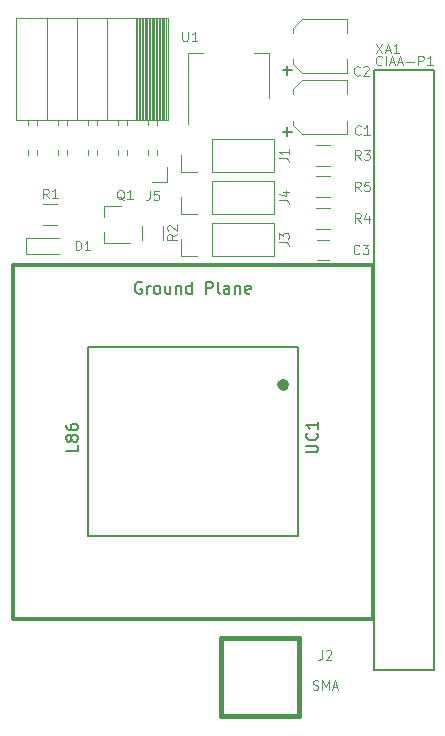
<source format=gbr>
G04 #@! TF.FileFunction,Legend,Top*
%FSLAX46Y46*%
G04 Gerber Fmt 4.6, Leading zero omitted, Abs format (unit mm)*
G04 Created by KiCad (PCBNEW 4.0.6) date 09/07/17 10:38:29*
%MOMM*%
%LPD*%
G01*
G04 APERTURE LIST*
%ADD10C,0.100000*%
%ADD11C,0.120000*%
%ADD12C,0.350000*%
%ADD13C,0.150000*%
%ADD14C,0.381000*%
%ADD15C,0.750000*%
G04 APERTURE END LIST*
D10*
D11*
X130915000Y-75817500D02*
X130915000Y-77217500D01*
X130915000Y-77217500D02*
X133715000Y-77217500D01*
X130915000Y-75817500D02*
X133715000Y-75817500D01*
D12*
X160274000Y-85090000D02*
X160274000Y-78090000D01*
X129794000Y-85090000D02*
X129794000Y-78090000D01*
X160274000Y-78090000D02*
X129794000Y-78090000D01*
X153924000Y-108090000D02*
X129794000Y-108090000D01*
X129794000Y-108090000D02*
X129794000Y-104090000D01*
X153924000Y-108090000D02*
X160274000Y-108090000D01*
X160274000Y-108090000D02*
X160274000Y-104090000D01*
X160274000Y-85090000D02*
X160274000Y-104140000D01*
X129794000Y-85090000D02*
X129794000Y-104140000D01*
D13*
X153924000Y-101090000D02*
X136144000Y-101090000D01*
X136144000Y-101090000D02*
X136144000Y-85090000D01*
X136144000Y-85090000D02*
X153924000Y-85090000D01*
X153924000Y-85090000D02*
X153924000Y-101090000D01*
X160401000Y-112395000D02*
X160401000Y-61595000D01*
X165481000Y-112395000D02*
X165481000Y-61595000D01*
X165481000Y-112395000D02*
X160401000Y-112395000D01*
X165481000Y-61595000D02*
X160401000Y-61595000D01*
D11*
X153539000Y-63250000D02*
X153539000Y-63650000D01*
X158119000Y-62480000D02*
X158119000Y-63650000D01*
X158119000Y-67060000D02*
X158119000Y-65890000D01*
X153539000Y-66290000D02*
X153539000Y-65890000D01*
X154309000Y-67060000D02*
X158119000Y-67060000D01*
X154309000Y-67060000D02*
X153539000Y-66290000D01*
X154309000Y-62480000D02*
X158119000Y-62480000D01*
X154309000Y-62480000D02*
X153539000Y-63250000D01*
X153539000Y-58043000D02*
X153539000Y-58443000D01*
X158119000Y-57273000D02*
X158119000Y-58443000D01*
X158119000Y-61853000D02*
X158119000Y-60683000D01*
X153539000Y-61083000D02*
X153539000Y-60683000D01*
X154309000Y-61853000D02*
X158119000Y-61853000D01*
X154309000Y-61853000D02*
X153539000Y-61083000D01*
X154309000Y-57273000D02*
X158119000Y-57273000D01*
X154309000Y-57273000D02*
X153539000Y-58043000D01*
X156583000Y-75985000D02*
X155583000Y-75985000D01*
X155583000Y-77685000D02*
X156583000Y-77685000D01*
X146685000Y-70224000D02*
X151885000Y-70224000D01*
X151885000Y-70224000D02*
X151885000Y-67444000D01*
X151885000Y-67444000D02*
X146685000Y-67444000D01*
X146685000Y-67444000D02*
X146685000Y-70224000D01*
X145415000Y-70224000D02*
X144025000Y-70224000D01*
X144025000Y-70224000D02*
X144025000Y-68834000D01*
X146685000Y-77336000D02*
X151885000Y-77336000D01*
X151885000Y-77336000D02*
X151885000Y-74556000D01*
X151885000Y-74556000D02*
X146685000Y-74556000D01*
X146685000Y-74556000D02*
X146685000Y-77336000D01*
X145415000Y-77336000D02*
X144025000Y-77336000D01*
X144025000Y-77336000D02*
X144025000Y-75946000D01*
X146685000Y-73780000D02*
X151885000Y-73780000D01*
X151885000Y-73780000D02*
X151885000Y-71000000D01*
X151885000Y-71000000D02*
X146685000Y-71000000D01*
X146685000Y-71000000D02*
X146685000Y-73780000D01*
X145415000Y-73780000D02*
X144025000Y-73780000D01*
X144025000Y-73780000D02*
X144025000Y-72390000D01*
X142935000Y-65850000D02*
X140335000Y-65850000D01*
X140335000Y-65850000D02*
X140335000Y-57220000D01*
X140335000Y-57220000D02*
X142935000Y-57220000D01*
X142935000Y-57220000D02*
X142935000Y-65850000D01*
X141985000Y-66280000D02*
X141985000Y-65850000D01*
X141225000Y-66280000D02*
X141225000Y-65850000D01*
X141985000Y-68820000D02*
X141985000Y-68340000D01*
X141225000Y-68820000D02*
X141225000Y-68340000D01*
X142755000Y-65850000D02*
X142755000Y-57220000D01*
X142635000Y-65850000D02*
X142635000Y-57220000D01*
X142515000Y-65850000D02*
X142515000Y-57220000D01*
X142395000Y-65850000D02*
X142395000Y-57220000D01*
X142275000Y-65850000D02*
X142275000Y-57220000D01*
X142155000Y-65850000D02*
X142155000Y-57220000D01*
X142035000Y-65850000D02*
X142035000Y-57220000D01*
X141915000Y-65850000D02*
X141915000Y-57220000D01*
X141795000Y-65850000D02*
X141795000Y-57220000D01*
X141675000Y-65850000D02*
X141675000Y-57220000D01*
X141555000Y-65850000D02*
X141555000Y-57220000D01*
X141435000Y-65850000D02*
X141435000Y-57220000D01*
X141315000Y-65850000D02*
X141315000Y-57220000D01*
X141195000Y-65850000D02*
X141195000Y-57220000D01*
X141075000Y-65850000D02*
X141075000Y-57220000D01*
X140955000Y-65850000D02*
X140955000Y-57220000D01*
X140835000Y-65850000D02*
X140835000Y-57220000D01*
X140715000Y-65850000D02*
X140715000Y-57220000D01*
X140595000Y-65850000D02*
X140595000Y-57220000D01*
X140475000Y-65850000D02*
X140475000Y-57220000D01*
X140355000Y-65850000D02*
X140355000Y-57220000D01*
X140235000Y-65850000D02*
X140235000Y-57220000D01*
X140335000Y-65850000D02*
X137795000Y-65850000D01*
X137795000Y-65850000D02*
X137795000Y-57220000D01*
X137795000Y-57220000D02*
X140335000Y-57220000D01*
X140335000Y-57220000D02*
X140335000Y-65850000D01*
X139445000Y-66280000D02*
X139445000Y-65850000D01*
X138685000Y-66280000D02*
X138685000Y-65850000D01*
X139445000Y-68820000D02*
X139445000Y-68340000D01*
X138685000Y-68820000D02*
X138685000Y-68340000D01*
X137795000Y-65850000D02*
X135255000Y-65850000D01*
X135255000Y-65850000D02*
X135255000Y-57220000D01*
X135255000Y-57220000D02*
X137795000Y-57220000D01*
X137795000Y-57220000D02*
X137795000Y-65850000D01*
X136905000Y-66280000D02*
X136905000Y-65850000D01*
X136145000Y-66280000D02*
X136145000Y-65850000D01*
X136905000Y-68820000D02*
X136905000Y-68340000D01*
X136145000Y-68820000D02*
X136145000Y-68340000D01*
X135255000Y-65850000D02*
X132715000Y-65850000D01*
X132715000Y-65850000D02*
X132715000Y-57220000D01*
X132715000Y-57220000D02*
X135255000Y-57220000D01*
X135255000Y-57220000D02*
X135255000Y-65850000D01*
X134365000Y-66280000D02*
X134365000Y-65850000D01*
X133605000Y-66280000D02*
X133605000Y-65850000D01*
X134365000Y-68820000D02*
X134365000Y-68340000D01*
X133605000Y-68820000D02*
X133605000Y-68340000D01*
X132715000Y-65850000D02*
X130115000Y-65850000D01*
X130115000Y-65850000D02*
X130115000Y-57220000D01*
X130115000Y-57220000D02*
X132715000Y-57220000D01*
X132715000Y-57220000D02*
X132715000Y-65850000D01*
X131825000Y-66280000D02*
X131825000Y-65850000D01*
X131065000Y-66280000D02*
X131065000Y-65850000D01*
X131825000Y-68820000D02*
X131825000Y-68340000D01*
X131065000Y-68820000D02*
X131065000Y-68340000D01*
X142875000Y-69850000D02*
X142875000Y-71120000D01*
X142875000Y-71120000D02*
X141605000Y-71120000D01*
X137543000Y-73096000D02*
X137543000Y-74026000D01*
X137543000Y-76256000D02*
X137543000Y-75326000D01*
X137543000Y-76256000D02*
X139703000Y-76256000D01*
X137543000Y-73096000D02*
X139003000Y-73096000D01*
X140725000Y-75974500D02*
X140725000Y-74774500D01*
X142485000Y-74774500D02*
X142485000Y-75974500D01*
X155483000Y-67954000D02*
X156683000Y-67954000D01*
X156683000Y-69714000D02*
X155483000Y-69714000D01*
X155483000Y-73288000D02*
X156683000Y-73288000D01*
X156683000Y-75048000D02*
X155483000Y-75048000D01*
X155483000Y-70621000D02*
X156683000Y-70621000D01*
X156683000Y-72381000D02*
X155483000Y-72381000D01*
X151492000Y-60193000D02*
X150232000Y-60193000D01*
X144672000Y-60193000D02*
X145932000Y-60193000D01*
X151492000Y-63953000D02*
X151492000Y-60193000D01*
X144672000Y-66203000D02*
X144672000Y-60193000D01*
X132369000Y-72970500D02*
X133569000Y-72970500D01*
X133569000Y-74730500D02*
X132369000Y-74730500D01*
D14*
X147449000Y-116321000D02*
X147449000Y-109721000D01*
X147449000Y-109721000D02*
X154049000Y-109719200D01*
X154049000Y-109721000D02*
X154049000Y-116321000D01*
X154049000Y-116321000D02*
X147449000Y-116321000D01*
D11*
X135124524Y-76879405D02*
X135124524Y-76079405D01*
X135315000Y-76079405D01*
X135429286Y-76117500D01*
X135505477Y-76193690D01*
X135543572Y-76269881D01*
X135581667Y-76422262D01*
X135581667Y-76536548D01*
X135543572Y-76688929D01*
X135505477Y-76765119D01*
X135429286Y-76841310D01*
X135315000Y-76879405D01*
X135124524Y-76879405D01*
X136343572Y-76879405D02*
X135886429Y-76879405D01*
X136115000Y-76879405D02*
X136115000Y-76079405D01*
X136038810Y-76193690D01*
X135962619Y-76269881D01*
X135886429Y-76307976D01*
D13*
X154646381Y-93971905D02*
X155455905Y-93971905D01*
X155551143Y-93924286D01*
X155598762Y-93876667D01*
X155646381Y-93781429D01*
X155646381Y-93590952D01*
X155598762Y-93495714D01*
X155551143Y-93448095D01*
X155455905Y-93400476D01*
X154646381Y-93400476D01*
X155551143Y-92352857D02*
X155598762Y-92400476D01*
X155646381Y-92543333D01*
X155646381Y-92638571D01*
X155598762Y-92781429D01*
X155503524Y-92876667D01*
X155408286Y-92924286D01*
X155217810Y-92971905D01*
X155074952Y-92971905D01*
X154884476Y-92924286D01*
X154789238Y-92876667D01*
X154694000Y-92781429D01*
X154646381Y-92638571D01*
X154646381Y-92543333D01*
X154694000Y-92400476D01*
X154741619Y-92352857D01*
X155646381Y-91400476D02*
X155646381Y-91971905D01*
X155646381Y-91686191D02*
X154646381Y-91686191D01*
X154789238Y-91781429D01*
X154884476Y-91876667D01*
X154932095Y-91971905D01*
X135326381Y-93352857D02*
X135326381Y-93829048D01*
X134326381Y-93829048D01*
X134754952Y-92876667D02*
X134707333Y-92971905D01*
X134659714Y-93019524D01*
X134564476Y-93067143D01*
X134516857Y-93067143D01*
X134421619Y-93019524D01*
X134374000Y-92971905D01*
X134326381Y-92876667D01*
X134326381Y-92686190D01*
X134374000Y-92590952D01*
X134421619Y-92543333D01*
X134516857Y-92495714D01*
X134564476Y-92495714D01*
X134659714Y-92543333D01*
X134707333Y-92590952D01*
X134754952Y-92686190D01*
X134754952Y-92876667D01*
X134802571Y-92971905D01*
X134850190Y-93019524D01*
X134945429Y-93067143D01*
X135135905Y-93067143D01*
X135231143Y-93019524D01*
X135278762Y-92971905D01*
X135326381Y-92876667D01*
X135326381Y-92686190D01*
X135278762Y-92590952D01*
X135231143Y-92543333D01*
X135135905Y-92495714D01*
X134945429Y-92495714D01*
X134850190Y-92543333D01*
X134802571Y-92590952D01*
X134754952Y-92686190D01*
X134326381Y-91638571D02*
X134326381Y-91829048D01*
X134374000Y-91924286D01*
X134421619Y-91971905D01*
X134564476Y-92067143D01*
X134754952Y-92114762D01*
X135135905Y-92114762D01*
X135231143Y-92067143D01*
X135278762Y-92019524D01*
X135326381Y-91924286D01*
X135326381Y-91733809D01*
X135278762Y-91638571D01*
X135231143Y-91590952D01*
X135135905Y-91543333D01*
X134897810Y-91543333D01*
X134802571Y-91590952D01*
X134754952Y-91638571D01*
X134707333Y-91733809D01*
X134707333Y-91924286D01*
X134754952Y-92019524D01*
X134802571Y-92067143D01*
X134897810Y-92114762D01*
X140700666Y-79590000D02*
X140605428Y-79542381D01*
X140462571Y-79542381D01*
X140319713Y-79590000D01*
X140224475Y-79685238D01*
X140176856Y-79780476D01*
X140129237Y-79970952D01*
X140129237Y-80113810D01*
X140176856Y-80304286D01*
X140224475Y-80399524D01*
X140319713Y-80494762D01*
X140462571Y-80542381D01*
X140557809Y-80542381D01*
X140700666Y-80494762D01*
X140748285Y-80447143D01*
X140748285Y-80113810D01*
X140557809Y-80113810D01*
X141176856Y-80542381D02*
X141176856Y-79875714D01*
X141176856Y-80066190D02*
X141224475Y-79970952D01*
X141272094Y-79923333D01*
X141367332Y-79875714D01*
X141462571Y-79875714D01*
X141938761Y-80542381D02*
X141843523Y-80494762D01*
X141795904Y-80447143D01*
X141748285Y-80351905D01*
X141748285Y-80066190D01*
X141795904Y-79970952D01*
X141843523Y-79923333D01*
X141938761Y-79875714D01*
X142081619Y-79875714D01*
X142176857Y-79923333D01*
X142224476Y-79970952D01*
X142272095Y-80066190D01*
X142272095Y-80351905D01*
X142224476Y-80447143D01*
X142176857Y-80494762D01*
X142081619Y-80542381D01*
X141938761Y-80542381D01*
X143129238Y-79875714D02*
X143129238Y-80542381D01*
X142700666Y-79875714D02*
X142700666Y-80399524D01*
X142748285Y-80494762D01*
X142843523Y-80542381D01*
X142986381Y-80542381D01*
X143081619Y-80494762D01*
X143129238Y-80447143D01*
X143605428Y-79875714D02*
X143605428Y-80542381D01*
X143605428Y-79970952D02*
X143653047Y-79923333D01*
X143748285Y-79875714D01*
X143891143Y-79875714D01*
X143986381Y-79923333D01*
X144034000Y-80018571D01*
X144034000Y-80542381D01*
X144938762Y-80542381D02*
X144938762Y-79542381D01*
X144938762Y-80494762D02*
X144843524Y-80542381D01*
X144653047Y-80542381D01*
X144557809Y-80494762D01*
X144510190Y-80447143D01*
X144462571Y-80351905D01*
X144462571Y-80066190D01*
X144510190Y-79970952D01*
X144557809Y-79923333D01*
X144653047Y-79875714D01*
X144843524Y-79875714D01*
X144938762Y-79923333D01*
X146176857Y-80542381D02*
X146176857Y-79542381D01*
X146557810Y-79542381D01*
X146653048Y-79590000D01*
X146700667Y-79637619D01*
X146748286Y-79732857D01*
X146748286Y-79875714D01*
X146700667Y-79970952D01*
X146653048Y-80018571D01*
X146557810Y-80066190D01*
X146176857Y-80066190D01*
X147319714Y-80542381D02*
X147224476Y-80494762D01*
X147176857Y-80399524D01*
X147176857Y-79542381D01*
X148129239Y-80542381D02*
X148129239Y-80018571D01*
X148081620Y-79923333D01*
X147986382Y-79875714D01*
X147795905Y-79875714D01*
X147700667Y-79923333D01*
X148129239Y-80494762D02*
X148034001Y-80542381D01*
X147795905Y-80542381D01*
X147700667Y-80494762D01*
X147653048Y-80399524D01*
X147653048Y-80304286D01*
X147700667Y-80209048D01*
X147795905Y-80161429D01*
X148034001Y-80161429D01*
X148129239Y-80113810D01*
X148605429Y-79875714D02*
X148605429Y-80542381D01*
X148605429Y-79970952D02*
X148653048Y-79923333D01*
X148748286Y-79875714D01*
X148891144Y-79875714D01*
X148986382Y-79923333D01*
X149034001Y-80018571D01*
X149034001Y-80542381D01*
X149891144Y-80494762D02*
X149795906Y-80542381D01*
X149605429Y-80542381D01*
X149510191Y-80494762D01*
X149462572Y-80399524D01*
X149462572Y-80018571D01*
X149510191Y-79923333D01*
X149605429Y-79875714D01*
X149795906Y-79875714D01*
X149891144Y-79923333D01*
X149938763Y-80018571D01*
X149938763Y-80113810D01*
X149462572Y-80209048D01*
D15*
X152654001Y-88066429D02*
X152796858Y-88209286D01*
X152654001Y-88352143D01*
X152511144Y-88209286D01*
X152654001Y-88066429D01*
X152654001Y-88352143D01*
D11*
X160553524Y-59378905D02*
X161086857Y-60178905D01*
X161086857Y-59378905D02*
X160553524Y-60178905D01*
X161353524Y-59950333D02*
X161734476Y-59950333D01*
X161277333Y-60178905D02*
X161544000Y-59378905D01*
X161810667Y-60178905D01*
X162496381Y-60178905D02*
X162039238Y-60178905D01*
X162267809Y-60178905D02*
X162267809Y-59378905D01*
X162191619Y-59493190D01*
X162115428Y-59569381D01*
X162039238Y-59607476D01*
X161036239Y-61118714D02*
X160998144Y-61156810D01*
X160883858Y-61194905D01*
X160807668Y-61194905D01*
X160693382Y-61156810D01*
X160617191Y-61080619D01*
X160579096Y-61004429D01*
X160541001Y-60852048D01*
X160541001Y-60737762D01*
X160579096Y-60585381D01*
X160617191Y-60509190D01*
X160693382Y-60433000D01*
X160807668Y-60394905D01*
X160883858Y-60394905D01*
X160998144Y-60433000D01*
X161036239Y-60471095D01*
X161379096Y-61194905D02*
X161379096Y-60394905D01*
X161721953Y-60966333D02*
X162102905Y-60966333D01*
X161645762Y-61194905D02*
X161912429Y-60394905D01*
X162179096Y-61194905D01*
X162407667Y-60966333D02*
X162788619Y-60966333D01*
X162331476Y-61194905D02*
X162598143Y-60394905D01*
X162864810Y-61194905D01*
X163131476Y-60890143D02*
X163741000Y-60890143D01*
X164121952Y-61194905D02*
X164121952Y-60394905D01*
X164426714Y-60394905D01*
X164502905Y-60433000D01*
X164541000Y-60471095D01*
X164579095Y-60547286D01*
X164579095Y-60661571D01*
X164541000Y-60737762D01*
X164502905Y-60775857D01*
X164426714Y-60813952D01*
X164121952Y-60813952D01*
X165341000Y-61194905D02*
X164883857Y-61194905D01*
X165112428Y-61194905D02*
X165112428Y-60394905D01*
X165036238Y-60509190D01*
X164960047Y-60585381D01*
X164883857Y-60623476D01*
X159251667Y-67024214D02*
X159213572Y-67062310D01*
X159099286Y-67100405D01*
X159023096Y-67100405D01*
X158908810Y-67062310D01*
X158832619Y-66986119D01*
X158794524Y-66909929D01*
X158756429Y-66757548D01*
X158756429Y-66643262D01*
X158794524Y-66490881D01*
X158832619Y-66414690D01*
X158908810Y-66338500D01*
X159023096Y-66300405D01*
X159099286Y-66300405D01*
X159213572Y-66338500D01*
X159251667Y-66376595D01*
X160013572Y-67100405D02*
X159556429Y-67100405D01*
X159785000Y-67100405D02*
X159785000Y-66300405D01*
X159708810Y-66414690D01*
X159632619Y-66490881D01*
X159556429Y-66528976D01*
D13*
X152678048Y-66851429D02*
X153439953Y-66851429D01*
X153059001Y-67232381D02*
X153059001Y-66470476D01*
D11*
X159188167Y-62007714D02*
X159150072Y-62045810D01*
X159035786Y-62083905D01*
X158959596Y-62083905D01*
X158845310Y-62045810D01*
X158769119Y-61969619D01*
X158731024Y-61893429D01*
X158692929Y-61741048D01*
X158692929Y-61626762D01*
X158731024Y-61474381D01*
X158769119Y-61398190D01*
X158845310Y-61322000D01*
X158959596Y-61283905D01*
X159035786Y-61283905D01*
X159150072Y-61322000D01*
X159188167Y-61360095D01*
X159492929Y-61360095D02*
X159531024Y-61322000D01*
X159607215Y-61283905D01*
X159797691Y-61283905D01*
X159873881Y-61322000D01*
X159911977Y-61360095D01*
X159950072Y-61436286D01*
X159950072Y-61512476D01*
X159911977Y-61626762D01*
X159454834Y-62083905D01*
X159950072Y-62083905D01*
D13*
X152678048Y-61644429D02*
X153439953Y-61644429D01*
X153059001Y-62025381D02*
X153059001Y-61263476D01*
D11*
X159149667Y-77120714D02*
X159111572Y-77158810D01*
X158997286Y-77196905D01*
X158921096Y-77196905D01*
X158806810Y-77158810D01*
X158730619Y-77082619D01*
X158692524Y-77006429D01*
X158654429Y-76854048D01*
X158654429Y-76739762D01*
X158692524Y-76587381D01*
X158730619Y-76511190D01*
X158806810Y-76435000D01*
X158921096Y-76396905D01*
X158997286Y-76396905D01*
X159111572Y-76435000D01*
X159149667Y-76473095D01*
X159416334Y-76396905D02*
X159911572Y-76396905D01*
X159644905Y-76701667D01*
X159759191Y-76701667D01*
X159835381Y-76739762D01*
X159873477Y-76777857D01*
X159911572Y-76854048D01*
X159911572Y-77044524D01*
X159873477Y-77120714D01*
X159835381Y-77158810D01*
X159759191Y-77196905D01*
X159530619Y-77196905D01*
X159454429Y-77158810D01*
X159416334Y-77120714D01*
X152376905Y-69100666D02*
X152948333Y-69100666D01*
X153062619Y-69138762D01*
X153138810Y-69214952D01*
X153176905Y-69329238D01*
X153176905Y-69405428D01*
X153176905Y-68300666D02*
X153176905Y-68757809D01*
X153176905Y-68529238D02*
X152376905Y-68529238D01*
X152491190Y-68605428D01*
X152567381Y-68681619D01*
X152605476Y-68757809D01*
X152376905Y-76212666D02*
X152948333Y-76212666D01*
X153062619Y-76250762D01*
X153138810Y-76326952D01*
X153176905Y-76441238D01*
X153176905Y-76517428D01*
X152376905Y-75907904D02*
X152376905Y-75412666D01*
X152681667Y-75679333D01*
X152681667Y-75565047D01*
X152719762Y-75488857D01*
X152757857Y-75450761D01*
X152834048Y-75412666D01*
X153024524Y-75412666D01*
X153100714Y-75450761D01*
X153138810Y-75488857D01*
X153176905Y-75565047D01*
X153176905Y-75793619D01*
X153138810Y-75869809D01*
X153100714Y-75907904D01*
X152376905Y-72656666D02*
X152948333Y-72656666D01*
X153062619Y-72694762D01*
X153138810Y-72770952D01*
X153176905Y-72885238D01*
X153176905Y-72961428D01*
X152643571Y-71932857D02*
X153176905Y-71932857D01*
X152338810Y-72123333D02*
X152910238Y-72313809D01*
X152910238Y-71818571D01*
X141401834Y-71824905D02*
X141401834Y-72396333D01*
X141363738Y-72510619D01*
X141287548Y-72586810D01*
X141173262Y-72624905D01*
X141097072Y-72624905D01*
X142163739Y-71824905D02*
X141782786Y-71824905D01*
X141744691Y-72205857D01*
X141782786Y-72167762D01*
X141858977Y-72129667D01*
X142049453Y-72129667D01*
X142125643Y-72167762D01*
X142163739Y-72205857D01*
X142201834Y-72282048D01*
X142201834Y-72472524D01*
X142163739Y-72548714D01*
X142125643Y-72586810D01*
X142049453Y-72624905D01*
X141858977Y-72624905D01*
X141782786Y-72586810D01*
X141744691Y-72548714D01*
X139226810Y-72614095D02*
X139150619Y-72576000D01*
X139074429Y-72499810D01*
X138960143Y-72385524D01*
X138883952Y-72347429D01*
X138807762Y-72347429D01*
X138845857Y-72537905D02*
X138769667Y-72499810D01*
X138693476Y-72423619D01*
X138655381Y-72271238D01*
X138655381Y-72004571D01*
X138693476Y-71852190D01*
X138769667Y-71776000D01*
X138845857Y-71737905D01*
X138998238Y-71737905D01*
X139074429Y-71776000D01*
X139150619Y-71852190D01*
X139188714Y-72004571D01*
X139188714Y-72271238D01*
X139150619Y-72423619D01*
X139074429Y-72499810D01*
X138998238Y-72537905D01*
X138845857Y-72537905D01*
X139950619Y-72537905D02*
X139493476Y-72537905D01*
X139722047Y-72537905D02*
X139722047Y-71737905D01*
X139645857Y-71852190D01*
X139569666Y-71928381D01*
X139493476Y-71966476D01*
X143666905Y-75507833D02*
X143285952Y-75774500D01*
X143666905Y-75964976D02*
X142866905Y-75964976D01*
X142866905Y-75660214D01*
X142905000Y-75584023D01*
X142943095Y-75545928D01*
X143019286Y-75507833D01*
X143133571Y-75507833D01*
X143209762Y-75545928D01*
X143247857Y-75584023D01*
X143285952Y-75660214D01*
X143285952Y-75964976D01*
X142943095Y-75203071D02*
X142905000Y-75164976D01*
X142866905Y-75088785D01*
X142866905Y-74898309D01*
X142905000Y-74822119D01*
X142943095Y-74784023D01*
X143019286Y-74745928D01*
X143095476Y-74745928D01*
X143209762Y-74784023D01*
X143666905Y-75241166D01*
X143666905Y-74745928D01*
X159249667Y-69195905D02*
X158983000Y-68814952D01*
X158792524Y-69195905D02*
X158792524Y-68395905D01*
X159097286Y-68395905D01*
X159173477Y-68434000D01*
X159211572Y-68472095D01*
X159249667Y-68548286D01*
X159249667Y-68662571D01*
X159211572Y-68738762D01*
X159173477Y-68776857D01*
X159097286Y-68814952D01*
X158792524Y-68814952D01*
X159516334Y-68395905D02*
X160011572Y-68395905D01*
X159744905Y-68700667D01*
X159859191Y-68700667D01*
X159935381Y-68738762D01*
X159973477Y-68776857D01*
X160011572Y-68853048D01*
X160011572Y-69043524D01*
X159973477Y-69119714D01*
X159935381Y-69157810D01*
X159859191Y-69195905D01*
X159630619Y-69195905D01*
X159554429Y-69157810D01*
X159516334Y-69119714D01*
X159249667Y-74529905D02*
X158983000Y-74148952D01*
X158792524Y-74529905D02*
X158792524Y-73729905D01*
X159097286Y-73729905D01*
X159173477Y-73768000D01*
X159211572Y-73806095D01*
X159249667Y-73882286D01*
X159249667Y-73996571D01*
X159211572Y-74072762D01*
X159173477Y-74110857D01*
X159097286Y-74148952D01*
X158792524Y-74148952D01*
X159935381Y-73996571D02*
X159935381Y-74529905D01*
X159744905Y-73691810D02*
X159554429Y-74263238D01*
X160049667Y-74263238D01*
X159249667Y-71862905D02*
X158983000Y-71481952D01*
X158792524Y-71862905D02*
X158792524Y-71062905D01*
X159097286Y-71062905D01*
X159173477Y-71101000D01*
X159211572Y-71139095D01*
X159249667Y-71215286D01*
X159249667Y-71329571D01*
X159211572Y-71405762D01*
X159173477Y-71443857D01*
X159097286Y-71481952D01*
X158792524Y-71481952D01*
X159973477Y-71062905D02*
X159592524Y-71062905D01*
X159554429Y-71443857D01*
X159592524Y-71405762D01*
X159668715Y-71367667D01*
X159859191Y-71367667D01*
X159935381Y-71405762D01*
X159973477Y-71443857D01*
X160011572Y-71520048D01*
X160011572Y-71710524D01*
X159973477Y-71786714D01*
X159935381Y-71824810D01*
X159859191Y-71862905D01*
X159668715Y-71862905D01*
X159592524Y-71824810D01*
X159554429Y-71786714D01*
X144170476Y-58362905D02*
X144170476Y-59010524D01*
X144208571Y-59086714D01*
X144246667Y-59124810D01*
X144322857Y-59162905D01*
X144475238Y-59162905D01*
X144551429Y-59124810D01*
X144589524Y-59086714D01*
X144627619Y-59010524D01*
X144627619Y-58362905D01*
X145427619Y-59162905D02*
X144970476Y-59162905D01*
X145199047Y-59162905D02*
X145199047Y-58362905D01*
X145122857Y-58477190D01*
X145046666Y-58553381D01*
X144970476Y-58591476D01*
X132835667Y-72462405D02*
X132569000Y-72081452D01*
X132378524Y-72462405D02*
X132378524Y-71662405D01*
X132683286Y-71662405D01*
X132759477Y-71700500D01*
X132797572Y-71738595D01*
X132835667Y-71814786D01*
X132835667Y-71929071D01*
X132797572Y-72005262D01*
X132759477Y-72043357D01*
X132683286Y-72081452D01*
X132378524Y-72081452D01*
X133597572Y-72462405D02*
X133140429Y-72462405D01*
X133369000Y-72462405D02*
X133369000Y-71662405D01*
X133292810Y-71776690D01*
X133216619Y-71852881D01*
X133140429Y-71890976D01*
X155982334Y-110750405D02*
X155982334Y-111321833D01*
X155944238Y-111436119D01*
X155868048Y-111512310D01*
X155753762Y-111550405D01*
X155677572Y-111550405D01*
X156325191Y-110826595D02*
X156363286Y-110788500D01*
X156439477Y-110750405D01*
X156629953Y-110750405D01*
X156706143Y-110788500D01*
X156744239Y-110826595D01*
X156782334Y-110902786D01*
X156782334Y-110978976D01*
X156744239Y-111093262D01*
X156287096Y-111550405D01*
X156782334Y-111550405D01*
X155220429Y-114044810D02*
X155334715Y-114082905D01*
X155525191Y-114082905D01*
X155601381Y-114044810D01*
X155639477Y-114006714D01*
X155677572Y-113930524D01*
X155677572Y-113854333D01*
X155639477Y-113778143D01*
X155601381Y-113740048D01*
X155525191Y-113701952D01*
X155372810Y-113663857D01*
X155296619Y-113625762D01*
X155258524Y-113587667D01*
X155220429Y-113511476D01*
X155220429Y-113435286D01*
X155258524Y-113359095D01*
X155296619Y-113321000D01*
X155372810Y-113282905D01*
X155563286Y-113282905D01*
X155677572Y-113321000D01*
X156020429Y-114082905D02*
X156020429Y-113282905D01*
X156287096Y-113854333D01*
X156553763Y-113282905D01*
X156553763Y-114082905D01*
X156896620Y-113854333D02*
X157277572Y-113854333D01*
X156820429Y-114082905D02*
X157087096Y-113282905D01*
X157353763Y-114082905D01*
M02*

</source>
